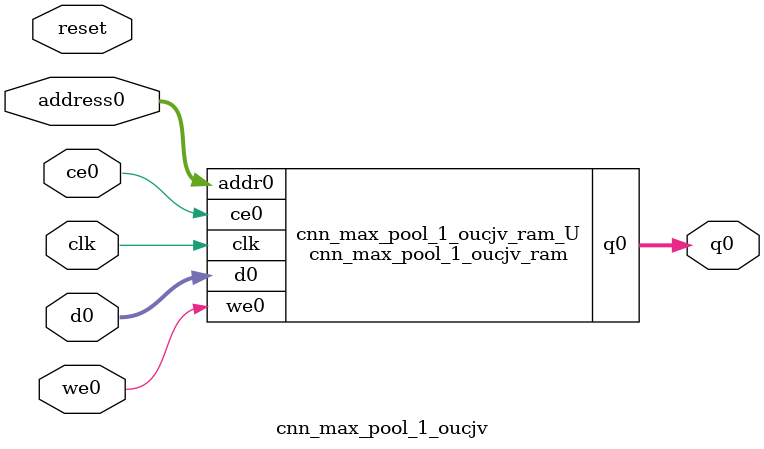
<source format=v>
`timescale 1 ns / 1 ps
module cnn_max_pool_1_oucjv_ram (addr0, ce0, d0, we0, q0,  clk);

parameter DWIDTH = 14;
parameter AWIDTH = 5;
parameter MEM_SIZE = 25;

input[AWIDTH-1:0] addr0;
input ce0;
input[DWIDTH-1:0] d0;
input we0;
output reg[DWIDTH-1:0] q0;
input clk;

(* ram_style = "distributed" *)reg [DWIDTH-1:0] ram[0:MEM_SIZE-1];




always @(posedge clk)  
begin 
    if (ce0) 
    begin
        if (we0) 
        begin 
            ram[addr0] <= d0; 
        end 
        q0 <= ram[addr0];
    end
end


endmodule

`timescale 1 ns / 1 ps
module cnn_max_pool_1_oucjv(
    reset,
    clk,
    address0,
    ce0,
    we0,
    d0,
    q0);

parameter DataWidth = 32'd14;
parameter AddressRange = 32'd25;
parameter AddressWidth = 32'd5;
input reset;
input clk;
input[AddressWidth - 1:0] address0;
input ce0;
input we0;
input[DataWidth - 1:0] d0;
output[DataWidth - 1:0] q0;



cnn_max_pool_1_oucjv_ram cnn_max_pool_1_oucjv_ram_U(
    .clk( clk ),
    .addr0( address0 ),
    .ce0( ce0 ),
    .we0( we0 ),
    .d0( d0 ),
    .q0( q0 ));

endmodule


</source>
